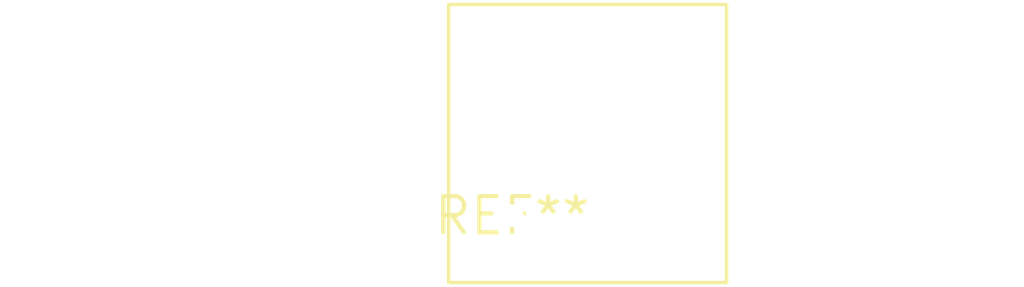
<source format=kicad_pcb>
(kicad_pcb (version 20240108) (generator pcbnew)
  (layers (0 "F.Cu" signal) (31 "B.Cu" signal) (34 "B.Paste" user) (35 "F.Paste" user) (36 "B.SilkS" user "B.Silkscreen") (37 "F.SilkS" user "F.Silkscreen") (38 "B.Mask" user) (39 "F.Mask" user) (44 "Edge.Cuts" user))
  (net 0 "")
  (footprint "Potentiometer_Bourns_3386F_Vertical" (layer "F.Cu") (at 0 0)
    (property "Reference" "REF**")
    (property "Value" "Potentiometer_Bourns_3386F_Vertical")
    (fp_line (start -2.23 -7.425) (end -2.23 2.345) (layer "F.SilkS") (stroke (width 0.12)))
    (fp_line (start -2.23 -7.425) (end 7.54 -7.425) (layer "F.SilkS") (stroke (width 0.12)))
    (fp_line (start -2.23 2.345) (end 7.54 2.345) (layer "F.SilkS") (stroke (width 0.12)))
    (fp_line (start 7.54 -7.425) (end 7.54 2.345) (layer "F.SilkS") (stroke (width 0.12)))
    (pad "1" thru_hole circle (at 0 0) (size 1.44 1.44) (drill 0.8) (layers *.Cu *.Mask) (remove_unused_layers))
    (pad "2" thru_hole circle (at 5.08 -2.54) (size 1.44 1.44) (drill 0.8) (layers *.Cu *.Mask) (remove_unused_layers))
    (pad "3" thru_hole circle (at 0 -5.08) (size 1.44 1.44) (drill 0.8) (layers *.Cu *.Mask) (remove_unused_layers))
  )
)
</source>
